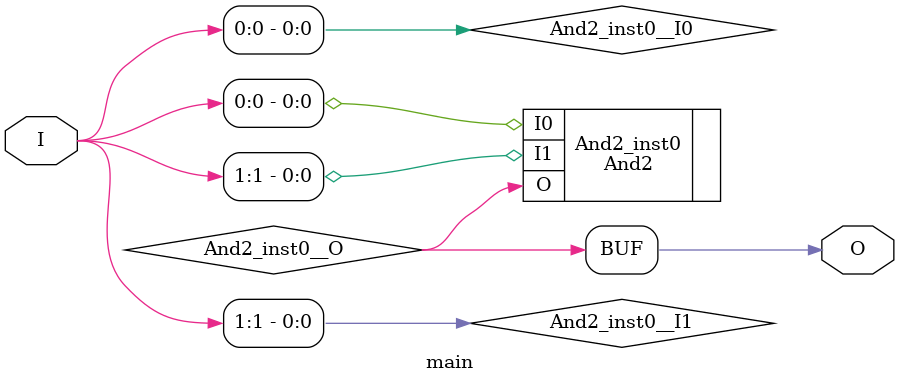
<source format=v>
/* External Modules
module And2 (
  input  I0,
  input  I1,
  output  O
);

endmodule  // And2

*/
module main (
  input [1:0] I,
  output  O
);


  wire  And2_inst0__I0;
  wire  And2_inst0__I1;
  wire  And2_inst0__O;
  And2 And2_inst0(
    .I0(And2_inst0__I0),
    .I1(And2_inst0__I1),
    .O(And2_inst0__O)
  );

  assign And2_inst0__I0 = I[0];

  assign And2_inst0__I1 = I[1];

  assign O = And2_inst0__O;


endmodule  // main


</source>
